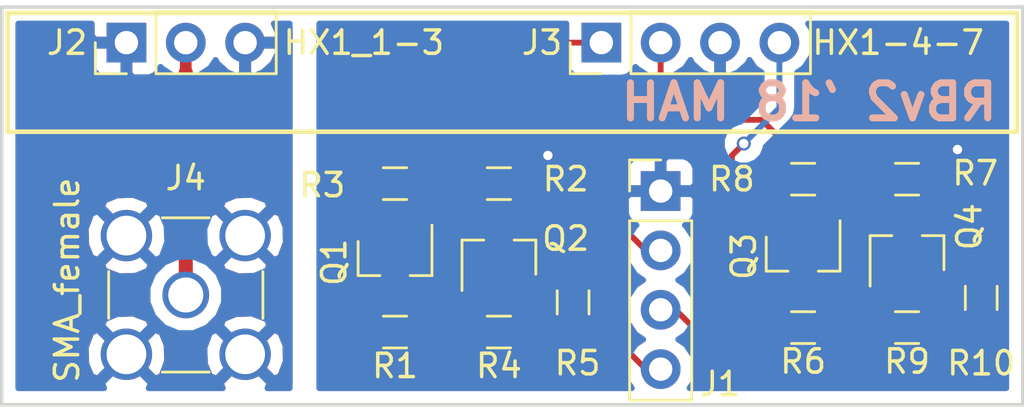
<source format=kicad_pcb>
(kicad_pcb (version 4) (host pcbnew 4.0.7)

  (general
    (links 34)
    (no_connects 0)
    (area 174.930999 93.024999 218.769001 111.425001)
    (thickness 1.6)
    (drawings 9)
    (tracks 91)
    (zones 0)
    (modules 18)
    (nets 15)
  )

  (page A4)
  (layers
    (0 F.Cu signal)
    (31 B.Cu signal)
    (32 B.Adhes user)
    (33 F.Adhes user)
    (34 B.Paste user)
    (35 F.Paste user)
    (36 B.SilkS user)
    (37 F.SilkS user)
    (38 B.Mask user)
    (39 F.Mask user)
    (40 Dwgs.User user)
    (41 Cmts.User user)
    (42 Eco1.User user)
    (43 Eco2.User user)
    (44 Edge.Cuts user)
    (45 Margin user)
    (46 B.CrtYd user)
    (47 F.CrtYd user)
    (48 B.Fab user)
    (49 F.Fab user)
  )

  (setup
    (last_trace_width 0.25)
    (trace_clearance 0.2)
    (zone_clearance 0.7)
    (zone_45_only no)
    (trace_min 0.2)
    (segment_width 0.2)
    (edge_width 0.15)
    (via_size 0.6)
    (via_drill 0.4)
    (via_min_size 0.4)
    (via_min_drill 0.3)
    (uvia_size 0.3)
    (uvia_drill 0.1)
    (uvias_allowed no)
    (uvia_min_size 0.2)
    (uvia_min_drill 0.1)
    (pcb_text_width 0.3)
    (pcb_text_size 1.5 1.5)
    (mod_edge_width 0.15)
    (mod_text_size 1 1)
    (mod_text_width 0.15)
    (pad_size 1.524 1.524)
    (pad_drill 0.762)
    (pad_to_mask_clearance 0.2)
    (aux_axis_origin 0 0)
    (visible_elements 7FFFFFFF)
    (pcbplotparams
      (layerselection 0x00030_80000001)
      (usegerberextensions false)
      (excludeedgelayer true)
      (linewidth 0.100000)
      (plotframeref false)
      (viasonmask false)
      (mode 1)
      (useauxorigin false)
      (hpglpennumber 1)
      (hpglpenspeed 20)
      (hpglpendiameter 15)
      (hpglpenoverlay 2)
      (psnegative false)
      (psa4output false)
      (plotreference true)
      (plotvalue true)
      (plotinvisibletext false)
      (padsonsilk false)
      (subtractmaskfromsilk false)
      (outputformat 1)
      (mirror false)
      (drillshape 1)
      (scaleselection 1)
      (outputdirectory ""))
  )

  (net 0 "")
  (net 1 GNDD)
  (net 2 +5V)
  (net 3 /3.3v_TXD)
  (net 4 /3.3v_EN)
  (net 5 GNDA)
  (net 6 "Net-(J2-Pad2)")
  (net 7 /5v_EN)
  (net 8 /5v_TXD)
  (net 9 "Net-(Q1-Pad1)")
  (net 10 "Net-(Q1-Pad3)")
  (net 11 "Net-(Q2-Pad1)")
  (net 12 "Net-(Q3-Pad1)")
  (net 13 "Net-(Q3-Pad3)")
  (net 14 "Net-(Q4-Pad1)")

  (net_class Default "This is the default net class."
    (clearance 0.2)
    (trace_width 0.25)
    (via_dia 0.6)
    (via_drill 0.4)
    (uvia_dia 0.3)
    (uvia_drill 0.1)
    (add_net +5V)
    (add_net /3.3v_EN)
    (add_net /3.3v_TXD)
    (add_net /5v_EN)
    (add_net /5v_TXD)
    (add_net GNDD)
    (add_net "Net-(Q1-Pad1)")
    (add_net "Net-(Q1-Pad3)")
    (add_net "Net-(Q2-Pad1)")
    (add_net "Net-(Q3-Pad1)")
    (add_net "Net-(Q3-Pad3)")
    (add_net "Net-(Q4-Pad1)")
  )

  (net_class RF ""
    (clearance 0.4)
    (trace_width 0.6)
    (via_dia 1.2)
    (via_drill 0.8)
    (uvia_dia 0.6)
    (uvia_drill 0.2)
    (add_net GNDA)
    (add_net "Net-(J2-Pad2)")
  )

  (module Connect:SMA_THT_Jack_Straight (layer F.Cu) (tedit 5A91DC79) (tstamp 5A8DF452)
    (at 182.88 106.045)
    (descr "SMA pcb through hole jack")
    (tags "SMA THT Jack Straight")
    (path /5A8DFDF6)
    (fp_text reference J4 (at 0 -5) (layer F.SilkS)
      (effects (font (size 1 1) (thickness 0.15)))
    )
    (fp_text value SMA_female (at -5.08 -0.635 90) (layer F.SilkS)
      (effects (font (size 1 1) (thickness 0.15)))
    )
    (fp_line (start 2.03 -3.05) (end 3.05 -3.05) (layer F.Fab) (width 0.1))
    (fp_line (start -1 -3.3) (end 1 -3.3) (layer F.SilkS) (width 0.12))
    (fp_line (start -1 3.3) (end 1 3.3) (layer F.SilkS) (width 0.12))
    (fp_text user %R (at 0 -5) (layer F.Fab)
      (effects (font (size 1 1) (thickness 0.15)))
    )
    (fp_line (start 3.3 -1) (end 3.3 1) (layer F.SilkS) (width 0.12))
    (fp_line (start -3.3 -1) (end -3.3 1) (layer F.SilkS) (width 0.12))
    (fp_line (start 3.17 -3.17) (end 3.17 3.17) (layer F.Fab) (width 0.1))
    (fp_line (start -3.17 3.17) (end 3.17 3.17) (layer F.Fab) (width 0.1))
    (fp_line (start -3.17 -3.17) (end -3.17 3.17) (layer F.Fab) (width 0.1))
    (fp_line (start -3.17 -3.17) (end 3.17 -3.17) (layer F.Fab) (width 0.1))
    (fp_line (start -2.03 -3.05) (end -2.03 -2.03) (layer F.Fab) (width 0.1))
    (fp_line (start -3.05 -2.03) (end -2.03 -2.03) (layer F.Fab) (width 0.1))
    (fp_line (start -2.03 2.03) (end -2.03 3.05) (layer F.Fab) (width 0.1))
    (fp_line (start -3.05 2.03) (end -2.03 2.03) (layer F.Fab) (width 0.1))
    (fp_line (start 2.03 -3.05) (end 2.03 -2.03) (layer F.Fab) (width 0.1))
    (fp_line (start 2.03 -2.03) (end 3.05 -2.03) (layer F.Fab) (width 0.1))
    (fp_line (start 3.05 2.03) (end 2.03 2.03) (layer F.Fab) (width 0.1))
    (fp_line (start 2.03 2.03) (end 2.03 3.05) (layer F.Fab) (width 0.1))
    (fp_line (start -4.14 -4.14) (end 4.14 -4.14) (layer F.CrtYd) (width 0.05))
    (fp_line (start -4.14 -4.14) (end -4.14 4.14) (layer F.CrtYd) (width 0.05))
    (fp_line (start 4.14 4.14) (end 4.14 -4.14) (layer F.CrtYd) (width 0.05))
    (fp_line (start 4.14 4.14) (end -4.14 4.14) (layer F.CrtYd) (width 0.05))
    (fp_circle (center 0 0) (end 2.04 0) (layer F.Fab) (width 0.1))
    (fp_circle (center 0 0) (end 0.635 0) (layer F.Fab) (width 0.1))
    (fp_line (start 3.05 -3.05) (end 3.05 -2.03) (layer F.Fab) (width 0.1))
    (fp_line (start -3.05 -3.05) (end -3.05 -2.03) (layer F.Fab) (width 0.1))
    (fp_line (start -3.05 -3.05) (end -2.03 -3.05) (layer F.Fab) (width 0.1))
    (fp_line (start -3.05 3.05) (end -2.03 3.05) (layer F.Fab) (width 0.1))
    (fp_line (start -3.05 3.05) (end -3.05 2.03) (layer F.Fab) (width 0.1))
    (fp_line (start 3.05 2.03) (end 3.05 3.05) (layer F.Fab) (width 0.1))
    (fp_line (start 2.03 3.05) (end 3.05 3.05) (layer F.Fab) (width 0.1))
    (pad 2 thru_hole circle (at -2.54 2.54) (size 2.2 2.2) (drill 1.7) (layers *.Cu *.Mask)
      (net 5 GNDA))
    (pad 2 thru_hole circle (at -2.54 -2.54) (size 2.2 2.2) (drill 1.7) (layers *.Cu *.Mask)
      (net 5 GNDA))
    (pad 2 thru_hole circle (at 2.54 -2.54) (size 2.2 2.2) (drill 1.7) (layers *.Cu *.Mask)
      (net 5 GNDA))
    (pad 2 thru_hole circle (at 2.54 2.54) (size 2.2 2.2) (drill 1.7) (layers *.Cu *.Mask)
      (net 5 GNDA))
    (pad 1 thru_hole circle (at 0 0) (size 2 2) (drill 1.5) (layers *.Cu *.Mask)
      (net 6 "Net-(J2-Pad2)"))
  )

  (module Resistors_SMD:R_0603_HandSoldering (layer F.Cu) (tedit 5A91D8B4) (tstamp 5A8DF47C)
    (at 191.8335 107.6325 180)
    (descr "Resistor SMD 0603, hand soldering")
    (tags "resistor 0603")
    (path /5A8DEF6A/5A8DEF83)
    (attr smd)
    (fp_text reference R1 (at 0 -1.45 180) (layer F.SilkS)
      (effects (font (size 1 1) (thickness 0.15)))
    )
    (fp_text value 470 (at 0 1.55 180) (layer F.Fab) hide
      (effects (font (size 1 1) (thickness 0.15)))
    )
    (fp_text user %R (at 0 0 180) (layer F.Fab)
      (effects (font (size 0.4 0.4) (thickness 0.075)))
    )
    (fp_line (start -0.8 0.4) (end -0.8 -0.4) (layer F.Fab) (width 0.1))
    (fp_line (start 0.8 0.4) (end -0.8 0.4) (layer F.Fab) (width 0.1))
    (fp_line (start 0.8 -0.4) (end 0.8 0.4) (layer F.Fab) (width 0.1))
    (fp_line (start -0.8 -0.4) (end 0.8 -0.4) (layer F.Fab) (width 0.1))
    (fp_line (start 0.5 0.68) (end -0.5 0.68) (layer F.SilkS) (width 0.12))
    (fp_line (start -0.5 -0.68) (end 0.5 -0.68) (layer F.SilkS) (width 0.12))
    (fp_line (start -1.96 -0.7) (end 1.95 -0.7) (layer F.CrtYd) (width 0.05))
    (fp_line (start -1.96 -0.7) (end -1.96 0.7) (layer F.CrtYd) (width 0.05))
    (fp_line (start 1.95 0.7) (end 1.95 -0.7) (layer F.CrtYd) (width 0.05))
    (fp_line (start 1.95 0.7) (end -1.96 0.7) (layer F.CrtYd) (width 0.05))
    (pad 1 smd rect (at -1.1 0 180) (size 1.2 0.9) (layers F.Cu F.Paste F.Mask)
      (net 10 "Net-(Q1-Pad3)"))
    (pad 2 smd rect (at 1.1 0 180) (size 1.2 0.9) (layers F.Cu F.Paste F.Mask)
      (net 7 /5v_EN))
    (model ${KISYS3DMOD}/Resistors_SMD.3dshapes/R_0603.wrl
      (at (xyz 0 0 0))
      (scale (xyz 1 1 1))
      (rotate (xyz 0 0 0))
    )
  )

  (module Resistors_SMD:R_0603_HandSoldering (layer F.Cu) (tedit 5A91D8A8) (tstamp 5A8DF482)
    (at 196.2785 101.2825 180)
    (descr "Resistor SMD 0603, hand soldering")
    (tags "resistor 0603")
    (path /5A8DEF6A/5A8DF0A1)
    (attr smd)
    (fp_text reference R2 (at -2.8575 0.1905 180) (layer F.SilkS)
      (effects (font (size 1 1) (thickness 0.15)))
    )
    (fp_text value 10k (at 0 1.55 180) (layer F.Fab) hide
      (effects (font (size 1 1) (thickness 0.15)))
    )
    (fp_text user %R (at 0 0 180) (layer F.Fab)
      (effects (font (size 0.4 0.4) (thickness 0.075)))
    )
    (fp_line (start -0.8 0.4) (end -0.8 -0.4) (layer F.Fab) (width 0.1))
    (fp_line (start 0.8 0.4) (end -0.8 0.4) (layer F.Fab) (width 0.1))
    (fp_line (start 0.8 -0.4) (end 0.8 0.4) (layer F.Fab) (width 0.1))
    (fp_line (start -0.8 -0.4) (end 0.8 -0.4) (layer F.Fab) (width 0.1))
    (fp_line (start 0.5 0.68) (end -0.5 0.68) (layer F.SilkS) (width 0.12))
    (fp_line (start -0.5 -0.68) (end 0.5 -0.68) (layer F.SilkS) (width 0.12))
    (fp_line (start -1.96 -0.7) (end 1.95 -0.7) (layer F.CrtYd) (width 0.05))
    (fp_line (start -1.96 -0.7) (end -1.96 0.7) (layer F.CrtYd) (width 0.05))
    (fp_line (start 1.95 0.7) (end 1.95 -0.7) (layer F.CrtYd) (width 0.05))
    (fp_line (start 1.95 0.7) (end -1.96 0.7) (layer F.CrtYd) (width 0.05))
    (pad 1 smd rect (at -1.1 0 180) (size 1.2 0.9) (layers F.Cu F.Paste F.Mask)
      (net 1 GNDD))
    (pad 2 smd rect (at 1.1 0 180) (size 1.2 0.9) (layers F.Cu F.Paste F.Mask)
      (net 10 "Net-(Q1-Pad3)"))
    (model ${KISYS3DMOD}/Resistors_SMD.3dshapes/R_0603.wrl
      (at (xyz 0 0 0))
      (scale (xyz 1 1 1))
      (rotate (xyz 0 0 0))
    )
  )

  (module Resistors_SMD:R_0603_HandSoldering (layer F.Cu) (tedit 5A91D8A5) (tstamp 5A8DF488)
    (at 191.8335 101.2825 180)
    (descr "Resistor SMD 0603, hand soldering")
    (tags "resistor 0603")
    (path /5A8DEF6A/5A8DF0E9)
    (attr smd)
    (fp_text reference R3 (at 3.1115 -0.0635 180) (layer F.SilkS)
      (effects (font (size 1 1) (thickness 0.15)))
    )
    (fp_text value 100k (at 0 1.55 180) (layer F.Fab) hide
      (effects (font (size 1 1) (thickness 0.15)))
    )
    (fp_text user %R (at 0 0 180) (layer F.Fab)
      (effects (font (size 0.4 0.4) (thickness 0.075)))
    )
    (fp_line (start -0.8 0.4) (end -0.8 -0.4) (layer F.Fab) (width 0.1))
    (fp_line (start 0.8 0.4) (end -0.8 0.4) (layer F.Fab) (width 0.1))
    (fp_line (start 0.8 -0.4) (end 0.8 0.4) (layer F.Fab) (width 0.1))
    (fp_line (start -0.8 -0.4) (end 0.8 -0.4) (layer F.Fab) (width 0.1))
    (fp_line (start 0.5 0.68) (end -0.5 0.68) (layer F.SilkS) (width 0.12))
    (fp_line (start -0.5 -0.68) (end 0.5 -0.68) (layer F.SilkS) (width 0.12))
    (fp_line (start -1.96 -0.7) (end 1.95 -0.7) (layer F.CrtYd) (width 0.05))
    (fp_line (start -1.96 -0.7) (end -1.96 0.7) (layer F.CrtYd) (width 0.05))
    (fp_line (start 1.95 0.7) (end 1.95 -0.7) (layer F.CrtYd) (width 0.05))
    (fp_line (start 1.95 0.7) (end -1.96 0.7) (layer F.CrtYd) (width 0.05))
    (pad 1 smd rect (at -1.1 0 180) (size 1.2 0.9) (layers F.Cu F.Paste F.Mask)
      (net 9 "Net-(Q1-Pad1)"))
    (pad 2 smd rect (at 1.1 0 180) (size 1.2 0.9) (layers F.Cu F.Paste F.Mask)
      (net 2 +5V))
    (model ${KISYS3DMOD}/Resistors_SMD.3dshapes/R_0603.wrl
      (at (xyz 0 0 0))
      (scale (xyz 1 1 1))
      (rotate (xyz 0 0 0))
    )
  )

  (module Resistors_SMD:R_0603_HandSoldering (layer F.Cu) (tedit 5A91D8B9) (tstamp 5A8DF48E)
    (at 196.2785 107.6325 180)
    (descr "Resistor SMD 0603, hand soldering")
    (tags "resistor 0603")
    (path /5A8DEF6A/5A8DF16E)
    (attr smd)
    (fp_text reference R4 (at 0 -1.45 180) (layer F.SilkS)
      (effects (font (size 1 1) (thickness 0.15)))
    )
    (fp_text value 100k (at 0 1.55 180) (layer F.Fab) hide
      (effects (font (size 1 1) (thickness 0.15)))
    )
    (fp_text user %R (at 0 0 180) (layer F.Fab)
      (effects (font (size 0.4 0.4) (thickness 0.075)))
    )
    (fp_line (start -0.8 0.4) (end -0.8 -0.4) (layer F.Fab) (width 0.1))
    (fp_line (start 0.8 0.4) (end -0.8 0.4) (layer F.Fab) (width 0.1))
    (fp_line (start 0.8 -0.4) (end 0.8 0.4) (layer F.Fab) (width 0.1))
    (fp_line (start -0.8 -0.4) (end 0.8 -0.4) (layer F.Fab) (width 0.1))
    (fp_line (start 0.5 0.68) (end -0.5 0.68) (layer F.SilkS) (width 0.12))
    (fp_line (start -0.5 -0.68) (end 0.5 -0.68) (layer F.SilkS) (width 0.12))
    (fp_line (start -1.96 -0.7) (end 1.95 -0.7) (layer F.CrtYd) (width 0.05))
    (fp_line (start -1.96 -0.7) (end -1.96 0.7) (layer F.CrtYd) (width 0.05))
    (fp_line (start 1.95 0.7) (end 1.95 -0.7) (layer F.CrtYd) (width 0.05))
    (fp_line (start 1.95 0.7) (end -1.96 0.7) (layer F.CrtYd) (width 0.05))
    (pad 1 smd rect (at -1.1 0 180) (size 1.2 0.9) (layers F.Cu F.Paste F.Mask)
      (net 4 /3.3v_EN))
    (pad 2 smd rect (at 1.1 0 180) (size 1.2 0.9) (layers F.Cu F.Paste F.Mask)
      (net 11 "Net-(Q2-Pad1)"))
    (model ${KISYS3DMOD}/Resistors_SMD.3dshapes/R_0603.wrl
      (at (xyz 0 0 0))
      (scale (xyz 1 1 1))
      (rotate (xyz 0 0 0))
    )
  )

  (module Resistors_SMD:R_0603_HandSoldering (layer F.Cu) (tedit 5A91D8C2) (tstamp 5A8DF494)
    (at 199.4535 106.3625 270)
    (descr "Resistor SMD 0603, hand soldering")
    (tags "resistor 0603")
    (path /5A8DEF6A/5A8DF5C3)
    (attr smd)
    (fp_text reference R5 (at 2.6035 -0.1905 360) (layer F.SilkS)
      (effects (font (size 1 1) (thickness 0.15)))
    )
    (fp_text value 100k (at 0 1.55 270) (layer F.Fab) hide
      (effects (font (size 1 1) (thickness 0.15)))
    )
    (fp_text user %R (at 0 0 270) (layer F.Fab)
      (effects (font (size 0.4 0.4) (thickness 0.075)))
    )
    (fp_line (start -0.8 0.4) (end -0.8 -0.4) (layer F.Fab) (width 0.1))
    (fp_line (start 0.8 0.4) (end -0.8 0.4) (layer F.Fab) (width 0.1))
    (fp_line (start 0.8 -0.4) (end 0.8 0.4) (layer F.Fab) (width 0.1))
    (fp_line (start -0.8 -0.4) (end 0.8 -0.4) (layer F.Fab) (width 0.1))
    (fp_line (start 0.5 0.68) (end -0.5 0.68) (layer F.SilkS) (width 0.12))
    (fp_line (start -0.5 -0.68) (end 0.5 -0.68) (layer F.SilkS) (width 0.12))
    (fp_line (start -1.96 -0.7) (end 1.95 -0.7) (layer F.CrtYd) (width 0.05))
    (fp_line (start -1.96 -0.7) (end -1.96 0.7) (layer F.CrtYd) (width 0.05))
    (fp_line (start 1.95 0.7) (end 1.95 -0.7) (layer F.CrtYd) (width 0.05))
    (fp_line (start 1.95 0.7) (end -1.96 0.7) (layer F.CrtYd) (width 0.05))
    (pad 1 smd rect (at -1.1 0 270) (size 1.2 0.9) (layers F.Cu F.Paste F.Mask)
      (net 1 GNDD))
    (pad 2 smd rect (at 1.1 0 270) (size 1.2 0.9) (layers F.Cu F.Paste F.Mask)
      (net 4 /3.3v_EN))
    (model ${KISYS3DMOD}/Resistors_SMD.3dshapes/R_0603.wrl
      (at (xyz 0 0 0))
      (scale (xyz 1 1 1))
      (rotate (xyz 0 0 0))
    )
  )

  (module Resistors_SMD:R_0603_HandSoldering (layer F.Cu) (tedit 5A91D825) (tstamp 5A8DF49A)
    (at 209.296 107.442 180)
    (descr "Resistor SMD 0603, hand soldering")
    (tags "resistor 0603")
    (path /5A8DFA9D/5A8DEF83)
    (attr smd)
    (fp_text reference R6 (at 0 -1.45 180) (layer F.SilkS)
      (effects (font (size 1 1) (thickness 0.15)))
    )
    (fp_text value 470 (at 0 1.55 180) (layer F.Fab) hide
      (effects (font (size 1 1) (thickness 0.15)))
    )
    (fp_text user %R (at 0 0 180) (layer F.Fab)
      (effects (font (size 0.4 0.4) (thickness 0.075)))
    )
    (fp_line (start -0.8 0.4) (end -0.8 -0.4) (layer F.Fab) (width 0.1))
    (fp_line (start 0.8 0.4) (end -0.8 0.4) (layer F.Fab) (width 0.1))
    (fp_line (start 0.8 -0.4) (end 0.8 0.4) (layer F.Fab) (width 0.1))
    (fp_line (start -0.8 -0.4) (end 0.8 -0.4) (layer F.Fab) (width 0.1))
    (fp_line (start 0.5 0.68) (end -0.5 0.68) (layer F.SilkS) (width 0.12))
    (fp_line (start -0.5 -0.68) (end 0.5 -0.68) (layer F.SilkS) (width 0.12))
    (fp_line (start -1.96 -0.7) (end 1.95 -0.7) (layer F.CrtYd) (width 0.05))
    (fp_line (start -1.96 -0.7) (end -1.96 0.7) (layer F.CrtYd) (width 0.05))
    (fp_line (start 1.95 0.7) (end 1.95 -0.7) (layer F.CrtYd) (width 0.05))
    (fp_line (start 1.95 0.7) (end -1.96 0.7) (layer F.CrtYd) (width 0.05))
    (pad 1 smd rect (at -1.1 0 180) (size 1.2 0.9) (layers F.Cu F.Paste F.Mask)
      (net 13 "Net-(Q3-Pad3)"))
    (pad 2 smd rect (at 1.1 0 180) (size 1.2 0.9) (layers F.Cu F.Paste F.Mask)
      (net 8 /5v_TXD))
    (model ${KISYS3DMOD}/Resistors_SMD.3dshapes/R_0603.wrl
      (at (xyz 0 0 0))
      (scale (xyz 1 1 1))
      (rotate (xyz 0 0 0))
    )
  )

  (module Resistors_SMD:R_0603_HandSoldering (layer F.Cu) (tedit 5A91D846) (tstamp 5A8DF4A0)
    (at 213.741 101.092 180)
    (descr "Resistor SMD 0603, hand soldering")
    (tags "resistor 0603")
    (path /5A8DFA9D/5A8DF0A1)
    (attr smd)
    (fp_text reference R7 (at -2.921 0.254 180) (layer F.SilkS)
      (effects (font (size 1 1) (thickness 0.15)))
    )
    (fp_text value 10k (at 0 1.55 180) (layer F.Fab) hide
      (effects (font (size 1 1) (thickness 0.15)))
    )
    (fp_text user %R (at 0 0 180) (layer F.Fab)
      (effects (font (size 0.4 0.4) (thickness 0.075)))
    )
    (fp_line (start -0.8 0.4) (end -0.8 -0.4) (layer F.Fab) (width 0.1))
    (fp_line (start 0.8 0.4) (end -0.8 0.4) (layer F.Fab) (width 0.1))
    (fp_line (start 0.8 -0.4) (end 0.8 0.4) (layer F.Fab) (width 0.1))
    (fp_line (start -0.8 -0.4) (end 0.8 -0.4) (layer F.Fab) (width 0.1))
    (fp_line (start 0.5 0.68) (end -0.5 0.68) (layer F.SilkS) (width 0.12))
    (fp_line (start -0.5 -0.68) (end 0.5 -0.68) (layer F.SilkS) (width 0.12))
    (fp_line (start -1.96 -0.7) (end 1.95 -0.7) (layer F.CrtYd) (width 0.05))
    (fp_line (start -1.96 -0.7) (end -1.96 0.7) (layer F.CrtYd) (width 0.05))
    (fp_line (start 1.95 0.7) (end 1.95 -0.7) (layer F.CrtYd) (width 0.05))
    (fp_line (start 1.95 0.7) (end -1.96 0.7) (layer F.CrtYd) (width 0.05))
    (pad 1 smd rect (at -1.1 0 180) (size 1.2 0.9) (layers F.Cu F.Paste F.Mask)
      (net 1 GNDD))
    (pad 2 smd rect (at 1.1 0 180) (size 1.2 0.9) (layers F.Cu F.Paste F.Mask)
      (net 13 "Net-(Q3-Pad3)"))
    (model ${KISYS3DMOD}/Resistors_SMD.3dshapes/R_0603.wrl
      (at (xyz 0 0 0))
      (scale (xyz 1 1 1))
      (rotate (xyz 0 0 0))
    )
  )

  (module Resistors_SMD:R_0603_HandSoldering (layer F.Cu) (tedit 5A91D85B) (tstamp 5A8DF4A6)
    (at 209.296 101.092 180)
    (descr "Resistor SMD 0603, hand soldering")
    (tags "resistor 0603")
    (path /5A8DFA9D/5A8DF0E9)
    (attr smd)
    (fp_text reference R8 (at 3.048 0 180) (layer F.SilkS)
      (effects (font (size 1 1) (thickness 0.15)))
    )
    (fp_text value 100k (at 0 1.55 180) (layer F.Fab) hide
      (effects (font (size 1 1) (thickness 0.15)))
    )
    (fp_text user %R (at 0 0 180) (layer F.Fab)
      (effects (font (size 0.4 0.4) (thickness 0.075)))
    )
    (fp_line (start -0.8 0.4) (end -0.8 -0.4) (layer F.Fab) (width 0.1))
    (fp_line (start 0.8 0.4) (end -0.8 0.4) (layer F.Fab) (width 0.1))
    (fp_line (start 0.8 -0.4) (end 0.8 0.4) (layer F.Fab) (width 0.1))
    (fp_line (start -0.8 -0.4) (end 0.8 -0.4) (layer F.Fab) (width 0.1))
    (fp_line (start 0.5 0.68) (end -0.5 0.68) (layer F.SilkS) (width 0.12))
    (fp_line (start -0.5 -0.68) (end 0.5 -0.68) (layer F.SilkS) (width 0.12))
    (fp_line (start -1.96 -0.7) (end 1.95 -0.7) (layer F.CrtYd) (width 0.05))
    (fp_line (start -1.96 -0.7) (end -1.96 0.7) (layer F.CrtYd) (width 0.05))
    (fp_line (start 1.95 0.7) (end 1.95 -0.7) (layer F.CrtYd) (width 0.05))
    (fp_line (start 1.95 0.7) (end -1.96 0.7) (layer F.CrtYd) (width 0.05))
    (pad 1 smd rect (at -1.1 0 180) (size 1.2 0.9) (layers F.Cu F.Paste F.Mask)
      (net 12 "Net-(Q3-Pad1)"))
    (pad 2 smd rect (at 1.1 0 180) (size 1.2 0.9) (layers F.Cu F.Paste F.Mask)
      (net 2 +5V))
    (model ${KISYS3DMOD}/Resistors_SMD.3dshapes/R_0603.wrl
      (at (xyz 0 0 0))
      (scale (xyz 1 1 1))
      (rotate (xyz 0 0 0))
    )
  )

  (module Resistors_SMD:R_0603_HandSoldering (layer F.Cu) (tedit 5A91D82A) (tstamp 5A8DF4AC)
    (at 213.741 107.442 180)
    (descr "Resistor SMD 0603, hand soldering")
    (tags "resistor 0603")
    (path /5A8DFA9D/5A8DF16E)
    (attr smd)
    (fp_text reference R9 (at 0 -1.45 180) (layer F.SilkS)
      (effects (font (size 1 1) (thickness 0.15)))
    )
    (fp_text value 100k (at 0 1.55 180) (layer F.Fab) hide
      (effects (font (size 1 1) (thickness 0.15)))
    )
    (fp_text user %R (at 0 0 180) (layer F.Fab)
      (effects (font (size 0.4 0.4) (thickness 0.075)))
    )
    (fp_line (start -0.8 0.4) (end -0.8 -0.4) (layer F.Fab) (width 0.1))
    (fp_line (start 0.8 0.4) (end -0.8 0.4) (layer F.Fab) (width 0.1))
    (fp_line (start 0.8 -0.4) (end 0.8 0.4) (layer F.Fab) (width 0.1))
    (fp_line (start -0.8 -0.4) (end 0.8 -0.4) (layer F.Fab) (width 0.1))
    (fp_line (start 0.5 0.68) (end -0.5 0.68) (layer F.SilkS) (width 0.12))
    (fp_line (start -0.5 -0.68) (end 0.5 -0.68) (layer F.SilkS) (width 0.12))
    (fp_line (start -1.96 -0.7) (end 1.95 -0.7) (layer F.CrtYd) (width 0.05))
    (fp_line (start -1.96 -0.7) (end -1.96 0.7) (layer F.CrtYd) (width 0.05))
    (fp_line (start 1.95 0.7) (end 1.95 -0.7) (layer F.CrtYd) (width 0.05))
    (fp_line (start 1.95 0.7) (end -1.96 0.7) (layer F.CrtYd) (width 0.05))
    (pad 1 smd rect (at -1.1 0 180) (size 1.2 0.9) (layers F.Cu F.Paste F.Mask)
      (net 3 /3.3v_TXD))
    (pad 2 smd rect (at 1.1 0 180) (size 1.2 0.9) (layers F.Cu F.Paste F.Mask)
      (net 14 "Net-(Q4-Pad1)"))
    (model ${KISYS3DMOD}/Resistors_SMD.3dshapes/R_0603.wrl
      (at (xyz 0 0 0))
      (scale (xyz 1 1 1))
      (rotate (xyz 0 0 0))
    )
  )

  (module Resistors_SMD:R_0603_HandSoldering (layer F.Cu) (tedit 5A91D840) (tstamp 5A8DF4B2)
    (at 216.916 106.172 270)
    (descr "Resistor SMD 0603, hand soldering")
    (tags "resistor 0603")
    (path /5A8DFA9D/5A8DF5C3)
    (attr smd)
    (fp_text reference R10 (at 2.794 0 360) (layer F.SilkS)
      (effects (font (size 1 1) (thickness 0.15)))
    )
    (fp_text value 100k (at 0 1.55 270) (layer F.Fab) hide
      (effects (font (size 1 1) (thickness 0.15)))
    )
    (fp_text user %R (at 0 0 270) (layer F.Fab)
      (effects (font (size 0.4 0.4) (thickness 0.075)))
    )
    (fp_line (start -0.8 0.4) (end -0.8 -0.4) (layer F.Fab) (width 0.1))
    (fp_line (start 0.8 0.4) (end -0.8 0.4) (layer F.Fab) (width 0.1))
    (fp_line (start 0.8 -0.4) (end 0.8 0.4) (layer F.Fab) (width 0.1))
    (fp_line (start -0.8 -0.4) (end 0.8 -0.4) (layer F.Fab) (width 0.1))
    (fp_line (start 0.5 0.68) (end -0.5 0.68) (layer F.SilkS) (width 0.12))
    (fp_line (start -0.5 -0.68) (end 0.5 -0.68) (layer F.SilkS) (width 0.12))
    (fp_line (start -1.96 -0.7) (end 1.95 -0.7) (layer F.CrtYd) (width 0.05))
    (fp_line (start -1.96 -0.7) (end -1.96 0.7) (layer F.CrtYd) (width 0.05))
    (fp_line (start 1.95 0.7) (end 1.95 -0.7) (layer F.CrtYd) (width 0.05))
    (fp_line (start 1.95 0.7) (end -1.96 0.7) (layer F.CrtYd) (width 0.05))
    (pad 1 smd rect (at -1.1 0 270) (size 1.2 0.9) (layers F.Cu F.Paste F.Mask)
      (net 1 GNDD))
    (pad 2 smd rect (at 1.1 0 270) (size 1.2 0.9) (layers F.Cu F.Paste F.Mask)
      (net 3 /3.3v_TXD))
    (model ${KISYS3DMOD}/Resistors_SMD.3dshapes/R_0603.wrl
      (at (xyz 0 0 0))
      (scale (xyz 1 1 1))
      (rotate (xyz 0 0 0))
    )
  )

  (module Pin_Headers:Pin_Header_Straight_1x04_Pitch2.54mm (layer F.Cu) (tedit 5A91DBF7) (tstamp 5A91BB3E)
    (at 203.2 101.6)
    (descr "Through hole straight pin header, 1x04, 2.54mm pitch, single row")
    (tags "Through hole pin header THT 1x04 2.54mm single row")
    (path /5A8DEC94)
    (fp_text reference J1 (at 2.54 8.255) (layer F.SilkS)
      (effects (font (size 1 1) (thickness 0.15)))
    )
    (fp_text value Conn_01x04 (at 8.255 8.255) (layer F.Fab) hide
      (effects (font (size 1 1) (thickness 0.15)))
    )
    (fp_line (start -0.635 -1.27) (end 1.27 -1.27) (layer F.Fab) (width 0.1))
    (fp_line (start 1.27 -1.27) (end 1.27 8.89) (layer F.Fab) (width 0.1))
    (fp_line (start 1.27 8.89) (end -1.27 8.89) (layer F.Fab) (width 0.1))
    (fp_line (start -1.27 8.89) (end -1.27 -0.635) (layer F.Fab) (width 0.1))
    (fp_line (start -1.27 -0.635) (end -0.635 -1.27) (layer F.Fab) (width 0.1))
    (fp_line (start -1.33 8.95) (end 1.33 8.95) (layer F.SilkS) (width 0.12))
    (fp_line (start -1.33 1.27) (end -1.33 8.95) (layer F.SilkS) (width 0.12))
    (fp_line (start 1.33 1.27) (end 1.33 8.95) (layer F.SilkS) (width 0.12))
    (fp_line (start -1.33 1.27) (end 1.33 1.27) (layer F.SilkS) (width 0.12))
    (fp_line (start -1.33 0) (end -1.33 -1.33) (layer F.SilkS) (width 0.12))
    (fp_line (start -1.33 -1.33) (end 0 -1.33) (layer F.SilkS) (width 0.12))
    (fp_line (start -1.8 -1.8) (end -1.8 9.4) (layer F.CrtYd) (width 0.05))
    (fp_line (start -1.8 9.4) (end 1.8 9.4) (layer F.CrtYd) (width 0.05))
    (fp_line (start 1.8 9.4) (end 1.8 -1.8) (layer F.CrtYd) (width 0.05))
    (fp_line (start 1.8 -1.8) (end -1.8 -1.8) (layer F.CrtYd) (width 0.05))
    (fp_text user %R (at 0 3.81 90) (layer F.Fab)
      (effects (font (size 1 1) (thickness 0.15)))
    )
    (pad 1 thru_hole rect (at 0 0) (size 1.7 1.7) (drill 1) (layers *.Cu *.Mask)
      (net 1 GNDD))
    (pad 2 thru_hole oval (at 0 2.54) (size 1.7 1.7) (drill 1) (layers *.Cu *.Mask)
      (net 2 +5V))
    (pad 3 thru_hole oval (at 0 5.08) (size 1.7 1.7) (drill 1) (layers *.Cu *.Mask)
      (net 3 /3.3v_TXD))
    (pad 4 thru_hole oval (at 0 7.62) (size 1.7 1.7) (drill 1) (layers *.Cu *.Mask)
      (net 4 /3.3v_EN))
    (model ${KISYS3DMOD}/Pin_Headers.3dshapes/Pin_Header_Straight_1x04_Pitch2.54mm.wrl
      (at (xyz 0 0 0))
      (scale (xyz 1 1 1))
      (rotate (xyz 0 0 0))
    )
  )

  (module Pin_Headers:Pin_Header_Straight_1x03_Pitch2.54mm (layer F.Cu) (tedit 5A91CDFD) (tstamp 5A91BB45)
    (at 180.34 95.25 90)
    (descr "Through hole straight pin header, 1x03, 2.54mm pitch, single row")
    (tags "Through hole pin header THT 1x03 2.54mm single row")
    (path /5A8DEAD0)
    (fp_text reference J2 (at 0 -2.54 180) (layer F.SilkS)
      (effects (font (size 1 1) (thickness 0.15)))
    )
    (fp_text value HX1_1-3 (at 0 10.16 180) (layer F.SilkS)
      (effects (font (size 1 1) (thickness 0.15)))
    )
    (fp_line (start -0.635 -1.27) (end 1.27 -1.27) (layer F.Fab) (width 0.1))
    (fp_line (start 1.27 -1.27) (end 1.27 6.35) (layer F.Fab) (width 0.1))
    (fp_line (start 1.27 6.35) (end -1.27 6.35) (layer F.Fab) (width 0.1))
    (fp_line (start -1.27 6.35) (end -1.27 -0.635) (layer F.Fab) (width 0.1))
    (fp_line (start -1.27 -0.635) (end -0.635 -1.27) (layer F.Fab) (width 0.1))
    (fp_line (start -1.33 6.41) (end 1.33 6.41) (layer F.SilkS) (width 0.12))
    (fp_line (start -1.33 1.27) (end -1.33 6.41) (layer F.SilkS) (width 0.12))
    (fp_line (start 1.33 1.27) (end 1.33 6.41) (layer F.SilkS) (width 0.12))
    (fp_line (start -1.33 1.27) (end 1.33 1.27) (layer F.SilkS) (width 0.12))
    (fp_line (start -1.33 0) (end -1.33 -1.33) (layer F.SilkS) (width 0.12))
    (fp_line (start -1.33 -1.33) (end 0 -1.33) (layer F.SilkS) (width 0.12))
    (fp_line (start -1.8 -1.8) (end -1.8 6.85) (layer F.CrtYd) (width 0.05))
    (fp_line (start -1.8 6.85) (end 1.8 6.85) (layer F.CrtYd) (width 0.05))
    (fp_line (start 1.8 6.85) (end 1.8 -1.8) (layer F.CrtYd) (width 0.05))
    (fp_line (start 1.8 -1.8) (end -1.8 -1.8) (layer F.CrtYd) (width 0.05))
    (fp_text user %R (at 0 2.54 180) (layer F.Fab)
      (effects (font (size 1 1) (thickness 0.15)))
    )
    (pad 1 thru_hole rect (at 0 0 90) (size 1.7 1.7) (drill 1) (layers *.Cu *.Mask)
      (net 5 GNDA))
    (pad 2 thru_hole oval (at 0 2.54 90) (size 1.7 1.7) (drill 1) (layers *.Cu *.Mask)
      (net 6 "Net-(J2-Pad2)"))
    (pad 3 thru_hole oval (at 0 5.08 90) (size 1.7 1.7) (drill 1) (layers *.Cu *.Mask)
      (net 5 GNDA))
    (model ${KISYS3DMOD}/Pin_Headers.3dshapes/Pin_Header_Straight_1x03_Pitch2.54mm.wrl
      (at (xyz 0 0 0))
      (scale (xyz 1 1 1))
      (rotate (xyz 0 0 0))
    )
  )

  (module Pin_Headers:Pin_Header_Straight_1x04_Pitch2.54mm (layer F.Cu) (tedit 5A91CDF0) (tstamp 5A91BB4B)
    (at 200.66 95.25 90)
    (descr "Through hole straight pin header, 1x04, 2.54mm pitch, single row")
    (tags "Through hole pin header THT 1x04 2.54mm single row")
    (path /5A8DEB9E)
    (fp_text reference J3 (at 0 -2.54 180) (layer F.SilkS)
      (effects (font (size 1 1) (thickness 0.15)))
    )
    (fp_text value HX1-4-7 (at 0 12.7 180) (layer F.SilkS)
      (effects (font (size 1 1) (thickness 0.15)))
    )
    (fp_line (start -0.635 -1.27) (end 1.27 -1.27) (layer F.Fab) (width 0.1))
    (fp_line (start 1.27 -1.27) (end 1.27 8.89) (layer F.Fab) (width 0.1))
    (fp_line (start 1.27 8.89) (end -1.27 8.89) (layer F.Fab) (width 0.1))
    (fp_line (start -1.27 8.89) (end -1.27 -0.635) (layer F.Fab) (width 0.1))
    (fp_line (start -1.27 -0.635) (end -0.635 -1.27) (layer F.Fab) (width 0.1))
    (fp_line (start -1.33 8.95) (end 1.33 8.95) (layer F.SilkS) (width 0.12))
    (fp_line (start -1.33 1.27) (end -1.33 8.95) (layer F.SilkS) (width 0.12))
    (fp_line (start 1.33 1.27) (end 1.33 8.95) (layer F.SilkS) (width 0.12))
    (fp_line (start -1.33 1.27) (end 1.33 1.27) (layer F.SilkS) (width 0.12))
    (fp_line (start -1.33 0) (end -1.33 -1.33) (layer F.SilkS) (width 0.12))
    (fp_line (start -1.33 -1.33) (end 0 -1.33) (layer F.SilkS) (width 0.12))
    (fp_line (start -1.8 -1.8) (end -1.8 9.4) (layer F.CrtYd) (width 0.05))
    (fp_line (start -1.8 9.4) (end 1.8 9.4) (layer F.CrtYd) (width 0.05))
    (fp_line (start 1.8 9.4) (end 1.8 -1.8) (layer F.CrtYd) (width 0.05))
    (fp_line (start 1.8 -1.8) (end -1.8 -1.8) (layer F.CrtYd) (width 0.05))
    (fp_text user %R (at 0 3.81 180) (layer F.Fab)
      (effects (font (size 1 1) (thickness 0.15)))
    )
    (pad 1 thru_hole rect (at 0 0 90) (size 1.7 1.7) (drill 1) (layers *.Cu *.Mask)
      (net 7 /5v_EN))
    (pad 2 thru_hole oval (at 0 2.54 90) (size 1.7 1.7) (drill 1) (layers *.Cu *.Mask)
      (net 2 +5V))
    (pad 3 thru_hole oval (at 0 5.08 90) (size 1.7 1.7) (drill 1) (layers *.Cu *.Mask)
      (net 1 GNDD))
    (pad 4 thru_hole oval (at 0 7.62 90) (size 1.7 1.7) (drill 1) (layers *.Cu *.Mask)
      (net 8 /5v_TXD))
    (model ${KISYS3DMOD}/Pin_Headers.3dshapes/Pin_Header_Straight_1x04_Pitch2.54mm.wrl
      (at (xyz 0 0 0))
      (scale (xyz 1 1 1))
      (rotate (xyz 0 0 0))
    )
  )

  (module TO_SOT_Packages_SMD:SOT-23 (layer F.Cu) (tedit 5A91D8B2) (tstamp 5A91BB52)
    (at 191.8335 104.4575 270)
    (descr "SOT-23, Standard")
    (tags SOT-23)
    (path /5A8DEF6A/5A8DF007)
    (attr smd)
    (fp_text reference Q1 (at 0.1905 2.6035 270) (layer F.SilkS)
      (effects (font (size 1 1) (thickness 0.15)))
    )
    (fp_text value MMBT3906 (at 0 2.5 270) (layer F.Fab) hide
      (effects (font (size 1 1) (thickness 0.15)))
    )
    (fp_text user %R (at 0 0 360) (layer F.Fab)
      (effects (font (size 0.5 0.5) (thickness 0.075)))
    )
    (fp_line (start -0.7 -0.95) (end -0.7 1.5) (layer F.Fab) (width 0.1))
    (fp_line (start -0.15 -1.52) (end 0.7 -1.52) (layer F.Fab) (width 0.1))
    (fp_line (start -0.7 -0.95) (end -0.15 -1.52) (layer F.Fab) (width 0.1))
    (fp_line (start 0.7 -1.52) (end 0.7 1.52) (layer F.Fab) (width 0.1))
    (fp_line (start -0.7 1.52) (end 0.7 1.52) (layer F.Fab) (width 0.1))
    (fp_line (start 0.76 1.58) (end 0.76 0.65) (layer F.SilkS) (width 0.12))
    (fp_line (start 0.76 -1.58) (end 0.76 -0.65) (layer F.SilkS) (width 0.12))
    (fp_line (start -1.7 -1.75) (end 1.7 -1.75) (layer F.CrtYd) (width 0.05))
    (fp_line (start 1.7 -1.75) (end 1.7 1.75) (layer F.CrtYd) (width 0.05))
    (fp_line (start 1.7 1.75) (end -1.7 1.75) (layer F.CrtYd) (width 0.05))
    (fp_line (start -1.7 1.75) (end -1.7 -1.75) (layer F.CrtYd) (width 0.05))
    (fp_line (start 0.76 -1.58) (end -1.4 -1.58) (layer F.SilkS) (width 0.12))
    (fp_line (start 0.76 1.58) (end -0.7 1.58) (layer F.SilkS) (width 0.12))
    (pad 1 smd rect (at -1 -0.95 270) (size 0.9 0.8) (layers F.Cu F.Paste F.Mask)
      (net 9 "Net-(Q1-Pad1)"))
    (pad 2 smd rect (at -1 0.95 270) (size 0.9 0.8) (layers F.Cu F.Paste F.Mask)
      (net 2 +5V))
    (pad 3 smd rect (at 1 0 270) (size 0.9 0.8) (layers F.Cu F.Paste F.Mask)
      (net 10 "Net-(Q1-Pad3)"))
    (model ${KISYS3DMOD}/TO_SOT_Packages_SMD.3dshapes/SOT-23.wrl
      (at (xyz 0 0 0))
      (scale (xyz 1 1 1))
      (rotate (xyz 0 0 0))
    )
  )

  (module TO_SOT_Packages_SMD:SOT-23 (layer F.Cu) (tedit 5A91D8BD) (tstamp 5A91BB66)
    (at 196.2785 104.4575 90)
    (descr "SOT-23, Standard")
    (tags SOT-23)
    (path /5A8DEF6A/5A8DEFC2)
    (attr smd)
    (fp_text reference Q2 (at 0.8255 2.8575 180) (layer F.SilkS)
      (effects (font (size 1 1) (thickness 0.15)))
    )
    (fp_text value MMBT3904 (at 0 2.5 90) (layer F.Fab) hide
      (effects (font (size 1 1) (thickness 0.15)))
    )
    (fp_text user %R (at 0 0 180) (layer F.Fab)
      (effects (font (size 0.5 0.5) (thickness 0.075)))
    )
    (fp_line (start -0.7 -0.95) (end -0.7 1.5) (layer F.Fab) (width 0.1))
    (fp_line (start -0.15 -1.52) (end 0.7 -1.52) (layer F.Fab) (width 0.1))
    (fp_line (start -0.7 -0.95) (end -0.15 -1.52) (layer F.Fab) (width 0.1))
    (fp_line (start 0.7 -1.52) (end 0.7 1.52) (layer F.Fab) (width 0.1))
    (fp_line (start -0.7 1.52) (end 0.7 1.52) (layer F.Fab) (width 0.1))
    (fp_line (start 0.76 1.58) (end 0.76 0.65) (layer F.SilkS) (width 0.12))
    (fp_line (start 0.76 -1.58) (end 0.76 -0.65) (layer F.SilkS) (width 0.12))
    (fp_line (start -1.7 -1.75) (end 1.7 -1.75) (layer F.CrtYd) (width 0.05))
    (fp_line (start 1.7 -1.75) (end 1.7 1.75) (layer F.CrtYd) (width 0.05))
    (fp_line (start 1.7 1.75) (end -1.7 1.75) (layer F.CrtYd) (width 0.05))
    (fp_line (start -1.7 1.75) (end -1.7 -1.75) (layer F.CrtYd) (width 0.05))
    (fp_line (start 0.76 -1.58) (end -1.4 -1.58) (layer F.SilkS) (width 0.12))
    (fp_line (start 0.76 1.58) (end -0.7 1.58) (layer F.SilkS) (width 0.12))
    (pad 1 smd rect (at -1 -0.95 90) (size 0.9 0.8) (layers F.Cu F.Paste F.Mask)
      (net 11 "Net-(Q2-Pad1)"))
    (pad 2 smd rect (at -1 0.95 90) (size 0.9 0.8) (layers F.Cu F.Paste F.Mask)
      (net 1 GNDD))
    (pad 3 smd rect (at 1 0 90) (size 0.9 0.8) (layers F.Cu F.Paste F.Mask)
      (net 9 "Net-(Q1-Pad1)"))
    (model ${KISYS3DMOD}/TO_SOT_Packages_SMD.3dshapes/SOT-23.wrl
      (at (xyz 0 0 0))
      (scale (xyz 1 1 1))
      (rotate (xyz 0 0 0))
    )
  )

  (module TO_SOT_Packages_SMD:SOT-23 (layer F.Cu) (tedit 5A91D84D) (tstamp 5A91BB7A)
    (at 209.296 104.267 270)
    (descr "SOT-23, Standard")
    (tags SOT-23)
    (path /5A8DFA9D/5A8DF007)
    (attr smd)
    (fp_text reference Q3 (at 0.127 2.54 270) (layer F.SilkS)
      (effects (font (size 1 1) (thickness 0.15)))
    )
    (fp_text value MMBT3906 (at 0 2.5 270) (layer F.Fab) hide
      (effects (font (size 1 1) (thickness 0.15)))
    )
    (fp_text user %R (at 0 0 360) (layer F.Fab)
      (effects (font (size 0.5 0.5) (thickness 0.075)))
    )
    (fp_line (start -0.7 -0.95) (end -0.7 1.5) (layer F.Fab) (width 0.1))
    (fp_line (start -0.15 -1.52) (end 0.7 -1.52) (layer F.Fab) (width 0.1))
    (fp_line (start -0.7 -0.95) (end -0.15 -1.52) (layer F.Fab) (width 0.1))
    (fp_line (start 0.7 -1.52) (end 0.7 1.52) (layer F.Fab) (width 0.1))
    (fp_line (start -0.7 1.52) (end 0.7 1.52) (layer F.Fab) (width 0.1))
    (fp_line (start 0.76 1.58) (end 0.76 0.65) (layer F.SilkS) (width 0.12))
    (fp_line (start 0.76 -1.58) (end 0.76 -0.65) (layer F.SilkS) (width 0.12))
    (fp_line (start -1.7 -1.75) (end 1.7 -1.75) (layer F.CrtYd) (width 0.05))
    (fp_line (start 1.7 -1.75) (end 1.7 1.75) (layer F.CrtYd) (width 0.05))
    (fp_line (start 1.7 1.75) (end -1.7 1.75) (layer F.CrtYd) (width 0.05))
    (fp_line (start -1.7 1.75) (end -1.7 -1.75) (layer F.CrtYd) (width 0.05))
    (fp_line (start 0.76 -1.58) (end -1.4 -1.58) (layer F.SilkS) (width 0.12))
    (fp_line (start 0.76 1.58) (end -0.7 1.58) (layer F.SilkS) (width 0.12))
    (pad 1 smd rect (at -1 -0.95 270) (size 0.9 0.8) (layers F.Cu F.Paste F.Mask)
      (net 12 "Net-(Q3-Pad1)"))
    (pad 2 smd rect (at -1 0.95 270) (size 0.9 0.8) (layers F.Cu F.Paste F.Mask)
      (net 2 +5V))
    (pad 3 smd rect (at 1 0 270) (size 0.9 0.8) (layers F.Cu F.Paste F.Mask)
      (net 13 "Net-(Q3-Pad3)"))
    (model ${KISYS3DMOD}/TO_SOT_Packages_SMD.3dshapes/SOT-23.wrl
      (at (xyz 0 0 0))
      (scale (xyz 1 1 1))
      (rotate (xyz 0 0 0))
    )
  )

  (module TO_SOT_Packages_SMD:SOT-23 (layer F.Cu) (tedit 5A91D851) (tstamp 5A91BB8E)
    (at 213.741 104.267 90)
    (descr "SOT-23, Standard")
    (tags SOT-23)
    (path /5A8DFA9D/5A8DEFC2)
    (attr smd)
    (fp_text reference Q4 (at 1.143 2.667 90) (layer F.SilkS)
      (effects (font (size 1 1) (thickness 0.15)))
    )
    (fp_text value MMBT3904 (at 0 2.5 90) (layer F.Fab) hide
      (effects (font (size 1 1) (thickness 0.15)))
    )
    (fp_text user %R (at 0 0 180) (layer F.Fab)
      (effects (font (size 0.5 0.5) (thickness 0.075)))
    )
    (fp_line (start -0.7 -0.95) (end -0.7 1.5) (layer F.Fab) (width 0.1))
    (fp_line (start -0.15 -1.52) (end 0.7 -1.52) (layer F.Fab) (width 0.1))
    (fp_line (start -0.7 -0.95) (end -0.15 -1.52) (layer F.Fab) (width 0.1))
    (fp_line (start 0.7 -1.52) (end 0.7 1.52) (layer F.Fab) (width 0.1))
    (fp_line (start -0.7 1.52) (end 0.7 1.52) (layer F.Fab) (width 0.1))
    (fp_line (start 0.76 1.58) (end 0.76 0.65) (layer F.SilkS) (width 0.12))
    (fp_line (start 0.76 -1.58) (end 0.76 -0.65) (layer F.SilkS) (width 0.12))
    (fp_line (start -1.7 -1.75) (end 1.7 -1.75) (layer F.CrtYd) (width 0.05))
    (fp_line (start 1.7 -1.75) (end 1.7 1.75) (layer F.CrtYd) (width 0.05))
    (fp_line (start 1.7 1.75) (end -1.7 1.75) (layer F.CrtYd) (width 0.05))
    (fp_line (start -1.7 1.75) (end -1.7 -1.75) (layer F.CrtYd) (width 0.05))
    (fp_line (start 0.76 -1.58) (end -1.4 -1.58) (layer F.SilkS) (width 0.12))
    (fp_line (start 0.76 1.58) (end -0.7 1.58) (layer F.SilkS) (width 0.12))
    (pad 1 smd rect (at -1 -0.95 90) (size 0.9 0.8) (layers F.Cu F.Paste F.Mask)
      (net 14 "Net-(Q4-Pad1)"))
    (pad 2 smd rect (at -1 0.95 90) (size 0.9 0.8) (layers F.Cu F.Paste F.Mask)
      (net 1 GNDD))
    (pad 3 smd rect (at 1 0 90) (size 0.9 0.8) (layers F.Cu F.Paste F.Mask)
      (net 12 "Net-(Q3-Pad1)"))
    (model ${KISYS3DMOD}/TO_SOT_Packages_SMD.3dshapes/SOT-23.wrl
      (at (xyz 0 0 0))
      (scale (xyz 1 1 1))
      (rotate (xyz 0 0 0))
    )
  )

  (gr_text "RBv2 '18 MAH" (at 209.55 97.79) (layer B.SilkS)
    (effects (font (size 1.5 1.5) (thickness 0.3)) (justify mirror))
  )
  (gr_line (start 175.006 110.744) (end 175.006 93.726) (angle 90) (layer Edge.Cuts) (width 0.15))
  (gr_line (start 218.694 110.744) (end 175.006 110.744) (angle 90) (layer Edge.Cuts) (width 0.15))
  (gr_line (start 218.694 93.726) (end 218.694 110.744) (angle 90) (layer Edge.Cuts) (width 0.15))
  (gr_line (start 175.006 93.726) (end 218.694 93.726) (angle 90) (layer Edge.Cuts) (width 0.15))
  (gr_line (start 218.44 99.06) (end 175.26 99.06) (angle 90) (layer F.SilkS) (width 0.2))
  (gr_line (start 218.44 93.98) (end 175.26 93.98) (angle 90) (layer F.SilkS) (width 0.2))
  (gr_line (start 218.44 99.06) (end 218.44 93.98) (angle 90) (layer F.SilkS) (width 0.2))
  (gr_line (start 175.26 99.06) (end 175.26 93.98) (angle 90) (layer F.SilkS) (width 0.2))

  (segment (start 214.841 101.092) (end 214.841 100.881) (width 0.25) (layer F.Cu) (net 1))
  (segment (start 214.841 100.881) (end 215.9 99.822) (width 0.25) (layer F.Cu) (net 1) (tstamp 5A91D8A1))
  (via (at 215.9 99.822) (size 0.6) (drill 0.4) (layers F.Cu B.Cu) (net 1))
  (segment (start 197.3785 101.2825) (end 197.3785 101.0715) (width 0.25) (layer F.Cu) (net 1))
  (segment (start 197.3785 101.0715) (end 198.374 100.076) (width 0.25) (layer F.Cu) (net 1) (tstamp 5A91D898))
  (via (at 198.374 100.076) (size 0.6) (drill 0.4) (layers F.Cu B.Cu) (net 1))
  (segment (start 214.691 105.267) (end 216.721 105.267) (width 0.25) (layer F.Cu) (net 1))
  (segment (start 216.721 105.267) (end 216.916 105.072) (width 0.25) (layer F.Cu) (net 1) (tstamp 5A91D498))
  (segment (start 214.841 101.092) (end 214.841 105.117) (width 0.25) (layer F.Cu) (net 1))
  (segment (start 214.841 105.117) (end 214.691 105.267) (width 0.25) (layer F.Cu) (net 1) (tstamp 5A91D48F))
  (segment (start 197.2285 105.4575) (end 199.2585 105.4575) (width 0.25) (layer F.Cu) (net 1))
  (segment (start 199.2585 105.4575) (end 199.4535 105.2625) (width 0.25) (layer F.Cu) (net 1) (tstamp 5A91D221))
  (segment (start 197.2285 105.4575) (end 197.2285 104.7775) (width 0.25) (layer F.Cu) (net 1))
  (segment (start 197.5485 104.4575) (end 197.5485 101.4525) (width 0.25) (layer F.Cu) (net 1) (tstamp 5A91D208))
  (segment (start 197.2285 104.7775) (end 197.5485 104.4575) (width 0.25) (layer F.Cu) (net 1) (tstamp 5A91D207))
  (segment (start 197.5485 101.4525) (end 197.3785 101.2825) (width 0.25) (layer F.Cu) (net 1) (tstamp 5A91D209))
  (segment (start 201.676 102.235) (end 201.676 103.251) (width 0.25) (layer F.Cu) (net 2))
  (segment (start 201.676 103.251) (end 202.565 104.14) (width 0.25) (layer F.Cu) (net 2) (tstamp 5A91DBDE))
  (segment (start 202.565 104.14) (end 203.2 104.14) (width 0.25) (layer F.Cu) (net 2) (tstamp 5A91DBDF))
  (segment (start 203.2 95.25) (end 203.2 96.52) (width 0.25) (layer F.Cu) (net 2))
  (segment (start 201.676 102.362) (end 201.676 102.235) (width 0.25) (layer F.Cu) (net 2) (tstamp 5A91D87F))
  (segment (start 201.676 102.235) (end 201.676 98.552) (width 0.25) (layer F.Cu) (net 2) (tstamp 5A91DBDC))
  (segment (start 208.196 101.092) (end 208.196 99.23) (width 0.25) (layer F.Cu) (net 2))
  (segment (start 203.2 98.044) (end 203.2 96.52) (width 0.25) (layer F.Cu) (net 2) (tstamp 5A91D83F))
  (segment (start 203.708 98.552) (end 203.2 98.044) (width 0.25) (layer F.Cu) (net 2) (tstamp 5A91D83E))
  (segment (start 207.518 98.552) (end 203.708 98.552) (width 0.25) (layer F.Cu) (net 2) (tstamp 5A91D83C))
  (segment (start 208.196 99.23) (end 207.518 98.552) (width 0.25) (layer F.Cu) (net 2) (tstamp 5A91D83A))
  (segment (start 190.7335 101.2825) (end 190.7335 99.5885) (width 0.25) (layer F.Cu) (net 2))
  (segment (start 190.7335 99.5885) (end 191.77 98.552) (width 0.25) (layer F.Cu) (net 2) (tstamp 5A91D834))
  (segment (start 191.77 98.552) (end 201.676 98.552) (width 0.25) (layer F.Cu) (net 2) (tstamp 5A91D835))
  (segment (start 201.676 98.552) (end 202.438 98.552) (width 0.25) (layer F.Cu) (net 2) (tstamp 5A91D846))
  (segment (start 202.438 98.552) (end 203.2 97.79) (width 0.25) (layer F.Cu) (net 2) (tstamp 5A91D836))
  (segment (start 203.2 97.79) (end 203.2 96.52) (width 0.25) (layer F.Cu) (net 2) (tstamp 5A91D837))
  (segment (start 208.407 100.881) (end 208.196 101.092) (width 0.25) (layer F.Cu) (net 2) (tstamp 5A91D4B3))
  (segment (start 208.346 103.267) (end 208.346 101.242) (width 0.25) (layer F.Cu) (net 2))
  (segment (start 208.346 101.242) (end 208.196 101.092) (width 0.25) (layer F.Cu) (net 2) (tstamp 5A91D487))
  (segment (start 190.7335 101.2825) (end 190.7335 103.3075) (width 0.25) (layer F.Cu) (net 2))
  (segment (start 190.7335 103.3075) (end 190.8835 103.4575) (width 0.25) (layer F.Cu) (net 2) (tstamp 5A91D204))
  (segment (start 206.375 108.712) (end 205.867 108.712) (width 0.25) (layer F.Cu) (net 3))
  (segment (start 205.867 108.712) (end 203.2 106.045) (width 0.25) (layer F.Cu) (net 3) (tstamp 5A91DBD5))
  (segment (start 213.571 108.712) (end 214.841 107.442) (width 0.25) (layer F.Cu) (net 3) (tstamp 5A91D87A))
  (segment (start 206.248 108.712) (end 206.375 108.712) (width 0.25) (layer F.Cu) (net 3) (tstamp 5A91D879))
  (segment (start 206.375 108.712) (end 213.571 108.712) (width 0.25) (layer F.Cu) (net 3) (tstamp 5A91DBD3))
  (segment (start 216.916 107.272) (end 215.011 107.272) (width 0.25) (layer F.Cu) (net 3))
  (segment (start 215.011 107.272) (end 214.841 107.442) (width 0.25) (layer F.Cu) (net 3) (tstamp 5A91D495))
  (segment (start 199.4535 107.4625) (end 200.8075 107.4625) (width 0.25) (layer F.Cu) (net 4))
  (segment (start 200.8075 107.4625) (end 203.2 109.855) (width 0.25) (layer F.Cu) (net 4) (tstamp 5A91DBCF))
  (segment (start 197.3785 107.6325) (end 199.2835 107.6325) (width 0.25) (layer F.Cu) (net 4))
  (segment (start 199.2835 107.6325) (end 199.4535 107.4625) (width 0.25) (layer F.Cu) (net 4) (tstamp 5A91D21E))
  (segment (start 182.88 106.045) (end 182.88 104.14) (width 0.6) (layer F.Cu) (net 6))
  (segment (start 182.88 96.52) (end 182.88 104.14) (width 0.6) (layer F.Cu) (net 6))
  (segment (start 182.88 96.52) (end 182.88 95.25) (width 0.5) (layer F.Cu) (net 6))
  (segment (start 189.23 99.822) (end 189.23 99.695) (width 0.25) (layer F.Cu) (net 7))
  (segment (start 189.23 106.426) (end 189.23 99.822) (width 0.25) (layer F.Cu) (net 7) (tstamp 5A91D82C))
  (segment (start 190.4365 107.6325) (end 189.23 106.426) (width 0.25) (layer F.Cu) (net 7) (tstamp 5A91D82B))
  (segment (start 193.675 95.25) (end 200.66 95.25) (width 0.25) (layer F.Cu) (net 7) (tstamp 5A91DAF8))
  (segment (start 189.23 99.695) (end 193.675 95.25) (width 0.25) (layer F.Cu) (net 7) (tstamp 5A91DAF7))
  (segment (start 190.7335 107.6325) (end 190.4365 107.6325) (width 0.25) (layer F.Cu) (net 7))
  (segment (start 208.28 95.25) (end 208.28 96.52) (width 0.25) (layer B.Cu) (net 8))
  (via (at 206.756 99.568) (size 0.6) (drill 0.4) (layers F.Cu B.Cu) (net 8))
  (segment (start 206.756 99.568) (end 208.28 98.044) (width 0.25) (layer B.Cu) (net 8) (tstamp 5A91D866))
  (segment (start 207.518 107.442) (end 208.196 107.442) (width 0.25) (layer F.Cu) (net 8))
  (segment (start 208.28 96.52) (end 208.28 98.044) (width 0.25) (layer B.Cu) (net 8) (tstamp 5A91D857))
  (segment (start 206.248 106.172) (end 206.248 100.076) (width 0.25) (layer F.Cu) (net 8) (tstamp 5A91D853))
  (segment (start 207.518 107.442) (end 206.248 106.172) (width 0.25) (layer F.Cu) (net 8) (tstamp 5A91D852))
  (segment (start 206.248 100.076) (end 206.756 99.568) (width 0.25) (layer F.Cu) (net 8))
  (segment (start 192.9335 101.2825) (end 192.9335 103.3075) (width 0.25) (layer F.Cu) (net 9))
  (segment (start 192.9335 103.3075) (end 192.7835 103.4575) (width 0.25) (layer F.Cu) (net 9) (tstamp 5A91D200))
  (segment (start 196.2785 103.4575) (end 192.7835 103.4575) (width 0.25) (layer F.Cu) (net 9))
  (segment (start 191.8335 105.4575) (end 191.8335 100.0125) (width 0.25) (layer F.Cu) (net 10))
  (segment (start 195.1785 100.1825) (end 195.1785 101.2825) (width 0.25) (layer F.Cu) (net 10) (tstamp 5A91D346))
  (segment (start 194.691 99.695) (end 195.1785 100.1825) (width 0.25) (layer F.Cu) (net 10) (tstamp 5A91D345))
  (segment (start 192.151 99.695) (end 194.691 99.695) (width 0.25) (layer F.Cu) (net 10) (tstamp 5A91D344))
  (segment (start 191.8335 100.0125) (end 192.151 99.695) (width 0.25) (layer F.Cu) (net 10) (tstamp 5A91D343))
  (segment (start 191.8335 105.4575) (end 192.1985 105.4575) (width 0.25) (layer F.Cu) (net 10))
  (segment (start 192.1985 105.4575) (end 192.9335 106.1925) (width 0.25) (layer F.Cu) (net 10) (tstamp 5A91D1FA))
  (segment (start 192.9335 106.1925) (end 192.9335 107.6325) (width 0.25) (layer F.Cu) (net 10) (tstamp 5A91D1FB))
  (segment (start 195.3285 105.4575) (end 195.3285 107.4825) (width 0.25) (layer F.Cu) (net 11))
  (segment (start 195.3285 107.4825) (end 195.1785 107.6325) (width 0.25) (layer F.Cu) (net 11) (tstamp 5A91D1F7))
  (segment (start 213.741 103.267) (end 210.246 103.267) (width 0.25) (layer F.Cu) (net 12))
  (segment (start 210.246 103.267) (end 210.246 101.242) (width 0.25) (layer F.Cu) (net 12))
  (segment (start 210.246 101.242) (end 210.396 101.092) (width 0.25) (layer F.Cu) (net 12) (tstamp 5A91D48A))
  (segment (start 212.217 99.695) (end 212.641 100.119) (width 0.25) (layer F.Cu) (net 13) (tstamp 5A91D49D))
  (segment (start 209.677 99.695) (end 212.217 99.695) (width 0.25) (layer F.Cu) (net 13) (tstamp 5A91D49C))
  (segment (start 209.296 100.076) (end 209.677 99.695) (width 0.25) (layer F.Cu) (net 13) (tstamp 5A91D49B))
  (segment (start 209.296 105.267) (end 209.296 100.076) (width 0.25) (layer F.Cu) (net 13))
  (segment (start 212.641 100.119) (end 212.641 101.092) (width 0.25) (layer F.Cu) (net 13) (tstamp 5A91D49E))
  (segment (start 210.396 107.442) (end 210.396 106.367) (width 0.25) (layer F.Cu) (net 13))
  (segment (start 210.396 106.367) (end 209.296 105.267) (width 0.25) (layer F.Cu) (net 13) (tstamp 5A91D483))
  (segment (start 212.791 105.267) (end 212.791 107.292) (width 0.25) (layer F.Cu) (net 14))
  (segment (start 212.791 107.292) (end 212.641 107.442) (width 0.25) (layer F.Cu) (net 14) (tstamp 5A91D492))

  (zone (net 5) (net_name GNDA) (layer B.Cu) (tstamp 5A91D883) (hatch edge 0.508)
    (connect_pads (clearance 0.508))
    (min_thickness 0.254)
    (fill yes (arc_segments 16) (thermal_gap 0.508) (thermal_bridge_width 0.508))
    (polygon
      (pts
        (xy 175.514 94.234) (xy 175.514 110.236) (xy 187.452 110.236) (xy 187.452 94.234)
      )
    )
    (filled_polygon
      (pts
        (xy 178.855 94.96425) (xy 179.01375 95.123) (xy 180.213 95.123) (xy 180.213 95.103) (xy 180.467 95.103)
        (xy 180.467 95.123) (xy 180.487 95.123) (xy 180.487 95.377) (xy 180.467 95.377) (xy 180.467 96.57625)
        (xy 180.62575 96.735) (xy 181.31631 96.735) (xy 181.549699 96.638327) (xy 181.728327 96.459698) (xy 181.800597 96.285223)
        (xy 181.829946 96.329147) (xy 182.311715 96.651054) (xy 182.88 96.764093) (xy 183.448285 96.651054) (xy 183.930054 96.329147)
        (xy 184.157702 95.988447) (xy 184.224817 96.131358) (xy 184.653076 96.521645) (xy 185.06311 96.691476) (xy 185.293 96.570155)
        (xy 185.293 95.377) (xy 185.547 95.377) (xy 185.547 96.570155) (xy 185.77689 96.691476) (xy 186.186924 96.521645)
        (xy 186.615183 96.131358) (xy 186.861486 95.606892) (xy 186.740819 95.377) (xy 185.547 95.377) (xy 185.293 95.377)
        (xy 185.273 95.377) (xy 185.273 95.123) (xy 185.293 95.123) (xy 185.293 95.103) (xy 185.547 95.103)
        (xy 185.547 95.123) (xy 186.740819 95.123) (xy 186.861486 94.893108) (xy 186.646816 94.436) (xy 187.325 94.436)
        (xy 187.325 110.034) (xy 186.375601 110.034) (xy 186.465263 109.809868) (xy 185.42 108.764605) (xy 184.374737 109.809868)
        (xy 184.464399 110.034) (xy 181.295601 110.034) (xy 181.385263 109.809868) (xy 180.34 108.764605) (xy 179.294737 109.809868)
        (xy 179.384399 110.034) (xy 175.716 110.034) (xy 175.716 108.296593) (xy 178.594677 108.296593) (xy 178.617164 108.986453)
        (xy 178.837901 109.519359) (xy 179.115132 109.630263) (xy 180.160395 108.585) (xy 180.519605 108.585) (xy 181.564868 109.630263)
        (xy 181.842099 109.519359) (xy 182.085323 108.873407) (xy 182.066521 108.296593) (xy 183.674677 108.296593) (xy 183.697164 108.986453)
        (xy 183.917901 109.519359) (xy 184.195132 109.630263) (xy 185.240395 108.585) (xy 185.599605 108.585) (xy 186.644868 109.630263)
        (xy 186.922099 109.519359) (xy 187.165323 108.873407) (xy 187.142836 108.183547) (xy 186.922099 107.650641) (xy 186.644868 107.539737)
        (xy 185.599605 108.585) (xy 185.240395 108.585) (xy 184.195132 107.539737) (xy 183.917901 107.650641) (xy 183.674677 108.296593)
        (xy 182.066521 108.296593) (xy 182.062836 108.183547) (xy 181.842099 107.650641) (xy 181.564868 107.539737) (xy 180.519605 108.585)
        (xy 180.160395 108.585) (xy 179.115132 107.539737) (xy 178.837901 107.650641) (xy 178.594677 108.296593) (xy 175.716 108.296593)
        (xy 175.716 107.360132) (xy 179.294737 107.360132) (xy 180.34 108.405395) (xy 181.385263 107.360132) (xy 181.274359 107.082901)
        (xy 180.628407 106.839677) (xy 179.938547 106.862164) (xy 179.405641 107.082901) (xy 179.294737 107.360132) (xy 175.716 107.360132)
        (xy 175.716 106.368795) (xy 181.244716 106.368795) (xy 181.493106 106.969943) (xy 181.952637 107.430278) (xy 182.553352 107.679716)
        (xy 183.203795 107.680284) (xy 183.804943 107.431894) (xy 183.87683 107.360132) (xy 184.374737 107.360132) (xy 185.42 108.405395)
        (xy 186.465263 107.360132) (xy 186.354359 107.082901) (xy 185.708407 106.839677) (xy 185.018547 106.862164) (xy 184.485641 107.082901)
        (xy 184.374737 107.360132) (xy 183.87683 107.360132) (xy 184.265278 106.972363) (xy 184.514716 106.371648) (xy 184.515284 105.721205)
        (xy 184.266894 105.120057) (xy 183.877387 104.729868) (xy 184.374737 104.729868) (xy 184.485641 105.007099) (xy 185.131593 105.250323)
        (xy 185.821453 105.227836) (xy 186.354359 105.007099) (xy 186.465263 104.729868) (xy 185.42 103.684605) (xy 184.374737 104.729868)
        (xy 183.877387 104.729868) (xy 183.807363 104.659722) (xy 183.206648 104.410284) (xy 182.556205 104.409716) (xy 181.955057 104.658106)
        (xy 181.494722 105.117637) (xy 181.245284 105.718352) (xy 181.244716 106.368795) (xy 175.716 106.368795) (xy 175.716 104.729868)
        (xy 179.294737 104.729868) (xy 179.405641 105.007099) (xy 180.051593 105.250323) (xy 180.741453 105.227836) (xy 181.274359 105.007099)
        (xy 181.385263 104.729868) (xy 180.34 103.684605) (xy 179.294737 104.729868) (xy 175.716 104.729868) (xy 175.716 103.216593)
        (xy 178.594677 103.216593) (xy 178.617164 103.906453) (xy 178.837901 104.439359) (xy 179.115132 104.550263) (xy 180.160395 103.505)
        (xy 180.519605 103.505) (xy 181.564868 104.550263) (xy 181.842099 104.439359) (xy 182.085323 103.793407) (xy 182.066521 103.216593)
        (xy 183.674677 103.216593) (xy 183.697164 103.906453) (xy 183.917901 104.439359) (xy 184.195132 104.550263) (xy 185.240395 103.505)
        (xy 185.599605 103.505) (xy 186.644868 104.550263) (xy 186.922099 104.439359) (xy 187.165323 103.793407) (xy 187.142836 103.103547)
        (xy 186.922099 102.570641) (xy 186.644868 102.459737) (xy 185.599605 103.505) (xy 185.240395 103.505) (xy 184.195132 102.459737)
        (xy 183.917901 102.570641) (xy 183.674677 103.216593) (xy 182.066521 103.216593) (xy 182.062836 103.103547) (xy 181.842099 102.570641)
        (xy 181.564868 102.459737) (xy 180.519605 103.505) (xy 180.160395 103.505) (xy 179.115132 102.459737) (xy 178.837901 102.570641)
        (xy 178.594677 103.216593) (xy 175.716 103.216593) (xy 175.716 102.280132) (xy 179.294737 102.280132) (xy 180.34 103.325395)
        (xy 181.385263 102.280132) (xy 184.374737 102.280132) (xy 185.42 103.325395) (xy 186.465263 102.280132) (xy 186.354359 102.002901)
        (xy 185.708407 101.759677) (xy 185.018547 101.782164) (xy 184.485641 102.002901) (xy 184.374737 102.280132) (xy 181.385263 102.280132)
        (xy 181.274359 102.002901) (xy 180.628407 101.759677) (xy 179.938547 101.782164) (xy 179.405641 102.002901) (xy 179.294737 102.280132)
        (xy 175.716 102.280132) (xy 175.716 95.53575) (xy 178.855 95.53575) (xy 178.855 96.226309) (xy 178.951673 96.459698)
        (xy 179.130301 96.638327) (xy 179.36369 96.735) (xy 180.05425 96.735) (xy 180.213 96.57625) (xy 180.213 95.377)
        (xy 179.01375 95.377) (xy 178.855 95.53575) (xy 175.716 95.53575) (xy 175.716 94.436) (xy 178.855 94.436)
      )
    )
  )
  (zone (net 5) (net_name GNDA) (layer F.Cu) (tstamp 5A91D884) (hatch edge 0.508)
    (connect_pads (clearance 0.7))
    (min_thickness 0.254)
    (fill yes (arc_segments 16) (thermal_gap 0.508) (thermal_bridge_width 0.508))
    (polygon
      (pts
        (xy 175.514 94.234) (xy 187.452 94.234) (xy 187.452 110.236) (xy 175.514 110.236)
      )
    )
    (filled_polygon
      (pts
        (xy 178.855 94.96425) (xy 179.01375 95.123) (xy 180.213 95.123) (xy 180.213 95.103) (xy 180.467 95.103)
        (xy 180.467 95.123) (xy 180.487 95.123) (xy 180.487 95.377) (xy 180.467 95.377) (xy 180.467 96.57625)
        (xy 180.62575 96.735) (xy 181.31631 96.735) (xy 181.549699 96.638327) (xy 181.709271 96.478754) (xy 181.755112 96.509384)
        (xy 181.753 96.52) (xy 181.753 102.534998) (xy 181.564868 102.459737) (xy 180.519605 103.505) (xy 180.533748 103.519143)
        (xy 180.354143 103.698748) (xy 180.34 103.684605) (xy 179.294737 104.729868) (xy 179.405641 105.007099) (xy 180.051593 105.250323)
        (xy 180.741453 105.227836) (xy 181.274359 105.007099) (xy 181.385262 104.72987) (xy 181.498233 104.842841) (xy 181.332048 105.008736)
        (xy 181.053318 105.679993) (xy 181.052684 106.406818) (xy 181.330242 107.07856) (xy 181.49839 107.247002) (xy 181.385262 107.36013)
        (xy 181.274359 107.082901) (xy 180.628407 106.839677) (xy 179.938547 106.862164) (xy 179.405641 107.082901) (xy 179.294737 107.360132)
        (xy 180.34 108.405395) (xy 180.354143 108.391253) (xy 180.533748 108.570858) (xy 180.519605 108.585) (xy 181.564868 109.630263)
        (xy 181.842099 109.519359) (xy 182.085323 108.873407) (xy 182.062836 108.183547) (xy 181.842099 107.650641) (xy 181.56487 107.539738)
        (xy 181.677841 107.426767) (xy 181.843736 107.592952) (xy 182.514993 107.871682) (xy 183.241818 107.872316) (xy 183.91356 107.594758)
        (xy 184.082002 107.42661) (xy 184.19513 107.539738) (xy 183.917901 107.650641) (xy 183.674677 108.296593) (xy 183.697164 108.986453)
        (xy 183.917901 109.519359) (xy 184.195132 109.630263) (xy 185.240395 108.585) (xy 185.599605 108.585) (xy 186.644868 109.630263)
        (xy 186.922099 109.519359) (xy 187.165323 108.873407) (xy 187.142836 108.183547) (xy 186.922099 107.650641) (xy 186.644868 107.539737)
        (xy 185.599605 108.585) (xy 185.240395 108.585) (xy 185.226253 108.570858) (xy 185.405858 108.391253) (xy 185.42 108.405395)
        (xy 186.465263 107.360132) (xy 186.354359 107.082901) (xy 185.708407 106.839677) (xy 185.018547 106.862164) (xy 184.485641 107.082901)
        (xy 184.374738 107.36013) (xy 184.261767 107.247159) (xy 184.427952 107.081264) (xy 184.706682 106.410007) (xy 184.707316 105.683182)
        (xy 184.429758 105.01144) (xy 184.26161 104.842998) (xy 184.374738 104.72987) (xy 184.485641 105.007099) (xy 185.131593 105.250323)
        (xy 185.821453 105.227836) (xy 186.354359 105.007099) (xy 186.465263 104.729868) (xy 185.42 103.684605) (xy 185.405858 103.698748)
        (xy 185.226253 103.519143) (xy 185.240395 103.505) (xy 185.599605 103.505) (xy 186.644868 104.550263) (xy 186.922099 104.439359)
        (xy 187.165323 103.793407) (xy 187.142836 103.103547) (xy 186.922099 102.570641) (xy 186.644868 102.459737) (xy 185.599605 103.505)
        (xy 185.240395 103.505) (xy 184.195132 102.459737) (xy 184.007 102.534998) (xy 184.007 102.280132) (xy 184.374737 102.280132)
        (xy 185.42 103.325395) (xy 186.465263 102.280132) (xy 186.354359 102.002901) (xy 185.708407 101.759677) (xy 185.018547 101.782164)
        (xy 184.485641 102.002901) (xy 184.374737 102.280132) (xy 184.007 102.280132) (xy 184.007 96.52) (xy 184.004888 96.509384)
        (xy 184.065818 96.468672) (xy 184.266079 96.168961) (xy 184.653076 96.521645) (xy 185.06311 96.691476) (xy 185.293 96.570155)
        (xy 185.293 95.377) (xy 185.547 95.377) (xy 185.547 96.570155) (xy 185.77689 96.691476) (xy 186.186924 96.521645)
        (xy 186.615183 96.131358) (xy 186.861486 95.606892) (xy 186.740819 95.377) (xy 185.547 95.377) (xy 185.293 95.377)
        (xy 185.273 95.377) (xy 185.273 95.123) (xy 185.293 95.123) (xy 185.293 95.103) (xy 185.547 95.103)
        (xy 185.547 95.123) (xy 186.740819 95.123) (xy 186.861486 94.893108) (xy 186.736984 94.628) (xy 187.325 94.628)
        (xy 187.325 109.842) (xy 186.452409 109.842) (xy 186.465263 109.809868) (xy 185.42 108.764605) (xy 184.374737 109.809868)
        (xy 184.387591 109.842) (xy 181.372409 109.842) (xy 181.385263 109.809868) (xy 180.34 108.764605) (xy 179.294737 109.809868)
        (xy 179.307591 109.842) (xy 175.908 109.842) (xy 175.908 108.296593) (xy 178.594677 108.296593) (xy 178.617164 108.986453)
        (xy 178.837901 109.519359) (xy 179.115132 109.630263) (xy 180.160395 108.585) (xy 179.115132 107.539737) (xy 178.837901 107.650641)
        (xy 178.594677 108.296593) (xy 175.908 108.296593) (xy 175.908 103.216593) (xy 178.594677 103.216593) (xy 178.617164 103.906453)
        (xy 178.837901 104.439359) (xy 179.115132 104.550263) (xy 180.160395 103.505) (xy 179.115132 102.459737) (xy 178.837901 102.570641)
        (xy 178.594677 103.216593) (xy 175.908 103.216593) (xy 175.908 102.280132) (xy 179.294737 102.280132) (xy 180.34 103.325395)
        (xy 181.385263 102.280132) (xy 181.274359 102.002901) (xy 180.628407 101.759677) (xy 179.938547 101.782164) (xy 179.405641 102.002901)
        (xy 179.294737 102.280132) (xy 175.908 102.280132) (xy 175.908 95.53575) (xy 178.855 95.53575) (xy 178.855 96.226309)
        (xy 178.951673 96.459698) (xy 179.130301 96.638327) (xy 179.36369 96.735) (xy 180.05425 96.735) (xy 180.213 96.57625)
        (xy 180.213 95.377) (xy 179.01375 95.377) (xy 178.855 95.53575) (xy 175.908 95.53575) (xy 175.908 94.628)
        (xy 178.855 94.628)
      )
    )
  )
  (zone (net 1) (net_name GNDD) (layer B.Cu) (tstamp 5A91D897) (hatch edge 0.508)
    (connect_pads (clearance 0.508))
    (min_thickness 0.254)
    (fill yes (arc_segments 16) (thermal_gap 0.508) (thermal_bridge_width 0.508))
    (polygon
      (pts
        (xy 188.468 110.236) (xy 188.468 94.234) (xy 218.186 94.234) (xy 218.186 110.236)
      )
    )
    (filled_polygon
      (pts
        (xy 199.16256 96.1) (xy 199.206838 96.335317) (xy 199.34591 96.551441) (xy 199.55811 96.696431) (xy 199.81 96.74744)
        (xy 201.51 96.74744) (xy 201.745317 96.703162) (xy 201.961441 96.56409) (xy 202.106431 96.35189) (xy 202.120086 96.284459)
        (xy 202.149946 96.329147) (xy 202.631715 96.651054) (xy 203.2 96.764093) (xy 203.768285 96.651054) (xy 204.250054 96.329147)
        (xy 204.477702 95.988447) (xy 204.544817 96.131358) (xy 204.973076 96.521645) (xy 205.38311 96.691476) (xy 205.613 96.570155)
        (xy 205.613 95.377) (xy 205.593 95.377) (xy 205.593 95.123) (xy 205.613 95.123) (xy 205.613 95.103)
        (xy 205.867 95.103) (xy 205.867 95.123) (xy 205.887 95.123) (xy 205.887 95.377) (xy 205.867 95.377)
        (xy 205.867 96.570155) (xy 206.09689 96.691476) (xy 206.506924 96.521645) (xy 206.935183 96.131358) (xy 207.002298 95.988447)
        (xy 207.229946 96.329147) (xy 207.52 96.522954) (xy 207.52 97.729198) (xy 206.61632 98.632878) (xy 206.570833 98.632838)
        (xy 206.227057 98.774883) (xy 205.963808 99.037673) (xy 205.821162 99.381201) (xy 205.820838 99.753167) (xy 205.962883 100.096943)
        (xy 206.225673 100.360192) (xy 206.569201 100.502838) (xy 206.941167 100.503162) (xy 207.284943 100.361117) (xy 207.548192 100.098327)
        (xy 207.690838 99.754799) (xy 207.690879 99.707923) (xy 208.817401 98.581401) (xy 208.982148 98.33484) (xy 208.991746 98.286586)
        (xy 209.04 98.044) (xy 209.04 96.522954) (xy 209.330054 96.329147) (xy 209.651961 95.847378) (xy 209.765 95.279093)
        (xy 209.765 95.220907) (xy 209.651961 94.652622) (xy 209.507219 94.436) (xy 217.984 94.436) (xy 217.984 110.034)
        (xy 204.436873 110.034) (xy 204.601054 109.788285) (xy 204.714093 109.22) (xy 204.601054 108.651715) (xy 204.279147 108.169946)
        (xy 203.949974 107.95) (xy 204.279147 107.730054) (xy 204.601054 107.248285) (xy 204.714093 106.68) (xy 204.601054 106.111715)
        (xy 204.279147 105.629946) (xy 203.949974 105.41) (xy 204.279147 105.190054) (xy 204.601054 104.708285) (xy 204.714093 104.14)
        (xy 204.601054 103.571715) (xy 204.279147 103.089946) (xy 204.235223 103.060597) (xy 204.409698 102.988327) (xy 204.588327 102.809699)
        (xy 204.685 102.57631) (xy 204.685 101.88575) (xy 204.52625 101.727) (xy 203.327 101.727) (xy 203.327 101.747)
        (xy 203.073 101.747) (xy 203.073 101.727) (xy 201.87375 101.727) (xy 201.715 101.88575) (xy 201.715 102.57631)
        (xy 201.811673 102.809699) (xy 201.990302 102.988327) (xy 202.164777 103.060597) (xy 202.120853 103.089946) (xy 201.798946 103.571715)
        (xy 201.685907 104.14) (xy 201.798946 104.708285) (xy 202.120853 105.190054) (xy 202.450026 105.41) (xy 202.120853 105.629946)
        (xy 201.798946 106.111715) (xy 201.685907 106.68) (xy 201.798946 107.248285) (xy 202.120853 107.730054) (xy 202.450026 107.95)
        (xy 202.120853 108.169946) (xy 201.798946 108.651715) (xy 201.685907 109.22) (xy 201.798946 109.788285) (xy 201.963127 110.034)
        (xy 188.595 110.034) (xy 188.595 100.62369) (xy 201.715 100.62369) (xy 201.715 101.31425) (xy 201.87375 101.473)
        (xy 203.073 101.473) (xy 203.073 100.27375) (xy 203.327 100.27375) (xy 203.327 101.473) (xy 204.52625 101.473)
        (xy 204.685 101.31425) (xy 204.685 100.62369) (xy 204.588327 100.390301) (xy 204.409698 100.211673) (xy 204.176309 100.115)
        (xy 203.48575 100.115) (xy 203.327 100.27375) (xy 203.073 100.27375) (xy 202.91425 100.115) (xy 202.223691 100.115)
        (xy 201.990302 100.211673) (xy 201.811673 100.390301) (xy 201.715 100.62369) (xy 188.595 100.62369) (xy 188.595 94.436)
        (xy 199.16256 94.436)
      )
    )
  )
)

</source>
